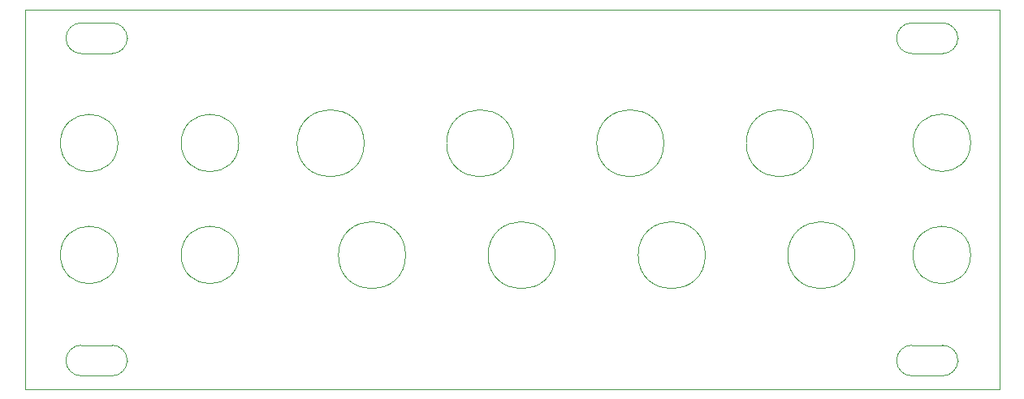
<source format=gm1>
%TF.GenerationSoftware,KiCad,Pcbnew,7.0.1-0*%
%TF.CreationDate,2023-08-11T08:05:26+01:00*%
%TF.ProjectId,ravens-panel-black,72617665-6e73-42d7-9061-6e656c2d626c,rev?*%
%TF.SameCoordinates,Original*%
%TF.FileFunction,Profile,NP*%
%FSLAX46Y46*%
G04 Gerber Fmt 4.6, Leading zero omitted, Abs format (unit mm)*
G04 Created by KiCad (PCBNEW 7.0.1-0) date 2023-08-11 08:05:26*
%MOMM*%
%LPD*%
G01*
G04 APERTURE LIST*
%TA.AperFunction,Profile*%
%ADD10C,0.100000*%
%TD*%
G04 APERTURE END LIST*
D10*
X73342000Y-67206000D02*
X70142000Y-67206000D01*
X82042000Y-68580000D02*
X64262000Y-68580000D01*
X68542000Y-65606000D02*
G75*
G03*
X70142000Y-67206000I1600000J0D01*
G01*
X86566000Y-54584600D02*
G75*
G03*
X86566000Y-54584600I-3000000J0D01*
G01*
X161542000Y-65606000D02*
X161542000Y-65606000D01*
X150799800Y-54610000D02*
G75*
G03*
X150799800Y-54610000I-3500000J0D01*
G01*
X135204200Y-54610000D02*
G75*
G03*
X135204200Y-54610000I-3500000J0D01*
G01*
X119557800Y-54610000D02*
G75*
G03*
X119557800Y-54610000I-3500000J0D01*
G01*
X159942000Y-33556000D02*
X156742000Y-33556000D01*
X64262000Y-68580000D02*
X64262000Y-28956000D01*
X99633800Y-42926000D02*
G75*
G03*
X99633800Y-42926000I-3500000J0D01*
G01*
X159942000Y-67206000D02*
G75*
G03*
X161542000Y-65606000I0J1600000D01*
G01*
X70142000Y-30356000D02*
G75*
G03*
X68542000Y-31956000I0J-1600000D01*
G01*
X73967600Y-54584600D02*
G75*
G03*
X73967600Y-54584600I-3000000J0D01*
G01*
X73342000Y-67206000D02*
G75*
G03*
X74942000Y-65606000I0J1600000D01*
G01*
X155142000Y-65606000D02*
G75*
G03*
X156742000Y-67206000I1600000J0D01*
G01*
X155142000Y-31956000D02*
X155142000Y-31956000D01*
X74942000Y-65606000D02*
X74942000Y-65606000D01*
X165862000Y-68580000D02*
X155702000Y-68580000D01*
X156742000Y-64006000D02*
G75*
G03*
X155142000Y-65606000I0J-1600000D01*
G01*
X162867600Y-42875200D02*
G75*
G03*
X162867600Y-42875200I-3000000J0D01*
G01*
X165862000Y-28956000D02*
X165862000Y-68580000D01*
X159942000Y-33556000D02*
G75*
G03*
X161542000Y-31956000I0J1600000D01*
G01*
X68542000Y-65606000D02*
X68542000Y-65606000D01*
X68542000Y-31956000D02*
X68542000Y-31956000D01*
X156742000Y-64006000D02*
X159942000Y-64006000D01*
X156742000Y-30356000D02*
X159942000Y-30356000D01*
X161542000Y-65606000D02*
G75*
G03*
X159942000Y-64006000I-1600000J0D01*
G01*
X70142000Y-64006000D02*
G75*
G03*
X68542000Y-65606000I0J-1600000D01*
G01*
X74942000Y-65606000D02*
G75*
G03*
X73342000Y-64006000I-1600000J0D01*
G01*
X74942000Y-31956000D02*
X74942000Y-31956000D01*
X130881000Y-42926000D02*
G75*
G03*
X130881000Y-42926000I-3500000J0D01*
G01*
X86566000Y-42900600D02*
G75*
G03*
X86566000Y-42900600I-3000000J0D01*
G01*
X155142000Y-31956000D02*
G75*
G03*
X156742000Y-33556000I1600000J0D01*
G01*
X73342000Y-33556000D02*
X70142000Y-33556000D01*
X103957000Y-54610000D02*
G75*
G03*
X103957000Y-54610000I-3500000J0D01*
G01*
X74942000Y-31956000D02*
G75*
G03*
X73342000Y-30356000I-1600000J0D01*
G01*
X70142000Y-30356000D02*
X73342000Y-30356000D01*
X73967600Y-42900600D02*
G75*
G03*
X73967600Y-42900600I-3000000J0D01*
G01*
X68542000Y-31956000D02*
G75*
G03*
X70142000Y-33556000I1600000J0D01*
G01*
X155142000Y-65606000D02*
X155142000Y-65606000D01*
X73342000Y-33556000D02*
G75*
G03*
X74942000Y-31956000I0J1600000D01*
G01*
X156742000Y-30356000D02*
G75*
G03*
X155142000Y-31956000I0J-1600000D01*
G01*
X155702000Y-68580000D02*
X82042000Y-68580000D01*
X64262000Y-28956000D02*
X165862000Y-28956000D01*
X162867600Y-54584600D02*
G75*
G03*
X162867600Y-54584600I-3000000J0D01*
G01*
X70142000Y-64006000D02*
X73342000Y-64006000D01*
X161542000Y-31956000D02*
G75*
G03*
X159942000Y-30356000I-1600000J0D01*
G01*
X161542000Y-31956000D02*
X161542000Y-31956000D01*
X159942000Y-67206000D02*
X156742000Y-67206000D01*
X115234600Y-42926000D02*
G75*
G03*
X115234600Y-42926000I-3500000J0D01*
G01*
X146476600Y-42926000D02*
G75*
G03*
X146476600Y-42926000I-3500000J0D01*
G01*
M02*

</source>
